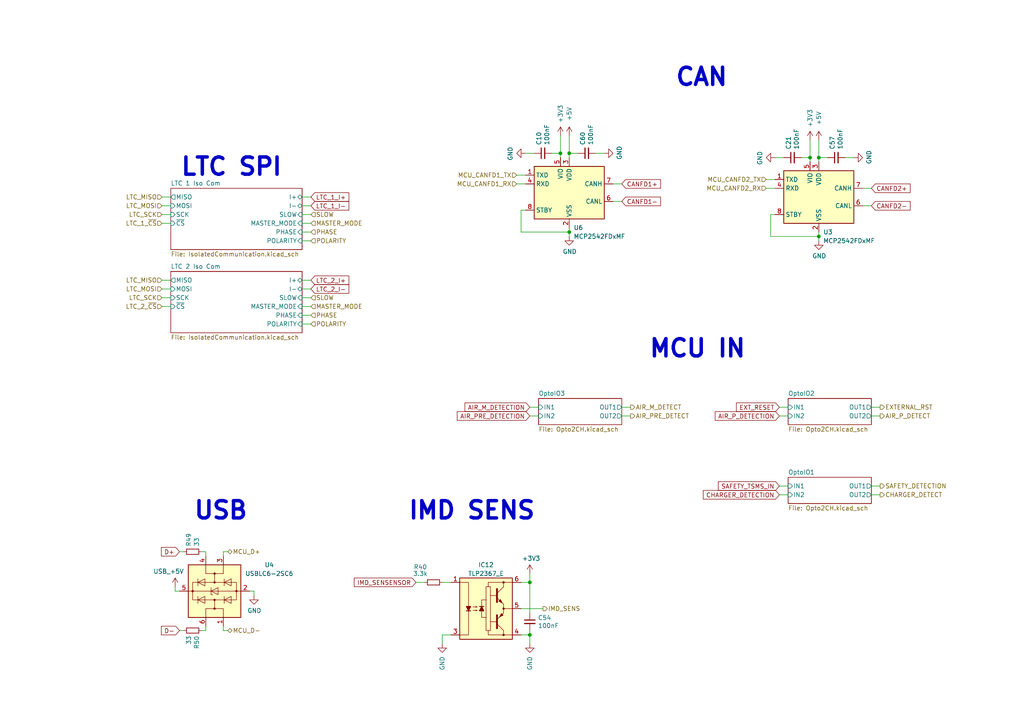
<source format=kicad_sch>
(kicad_sch (version 20230121) (generator eeschema)
  (paper "A4")
  (lib_symbols
    (symbol "Device:C_Small" (pin_numbers hide) (pin_names (offset 0.254) hide)
      (property "Reference" "C" (at 0.254 1.778 0))
      (property "Value" "C_Small" (at 0.254 -2.032 0))
      (symbol "C_Small_0_1"
        (polyline (pts (xy -1.524 -0.508) (xy 1.524 -0.508)) (stroke (width 0.3302)))
        (polyline (pts (xy -1.524 0.508) (xy 1.524 0.508)) (stroke (width 0.3048)))
      )
      (symbol "C_Small_1_1"
        (pin passive line (at 0 2.54 270) (length 2.032) (name "~") (number "1"))
        (pin passive line (at 0 -2.54 90) (length 2.032) (name "~") (number "2"))
      )
    )
    (symbol "Device:R_Small" (pin_numbers hide) (pin_names (offset 0.254) hide)
      (property "Reference" "R" (at 0.762 0.508 0))
      (property "Value" "R_Small" (at 0.762 -1.016 0))
      (symbol "R_Small_0_1"
        (rectangle (start -0.762 1.778) (end 0.762 -1.778) (stroke (width 0.2032)))
      )
      (symbol "R_Small_1_1"
        (pin passive line (at 0 2.54 270) (length 0.762) (name "~") (number "1"))
        (pin passive line (at 0 -2.54 90) (length 0.762) (name "~") (number "2"))
      )
    )
    (symbol "Interface_CAN_LIN:MCP2542FDxMF"
      (property "Reference" "U" (at -10.16 8.89 0))
      (property "Value" "MCP2542FDxMF" (at 2.54 8.89 0))
      (symbol "MCP2542FDxMF_0_1"
        (rectangle (start -10.16 7.62) (end 10.16 -7.62) (stroke (width 0.254)) (fill (type background)))
      )
      (symbol "MCP2542FDxMF_1_1"
        (pin input line (at -12.7 5.08 0) (length 2.54) (name "TXD") (number "1"))
        (pin power_in line (at 0 -10.16 90) (length 2.54) (name "VSS") (number "2"))
        (pin power_in line (at 0 10.16 270) (length 2.54) (name "VDD") (number "3"))
        (pin output line (at -12.7 2.54 0) (length 2.54) (name "RXD") (number "4"))
        (pin power_in line (at -2.54 10.16 270) (length 2.54) (name "VIO") (number "5"))
        (pin bidirectional line (at 12.7 -2.54 180) (length 2.54) (name "CANL") (number "6"))
        (pin bidirectional line (at 12.7 2.54 180) (length 2.54) (name "CANH") (number "7"))
        (pin input line (at -12.7 -5.08 0) (length 2.54) (name "STBY") (number "8"))
        (pin passive line (at 0 -10.16 90) (length 2.54) hide (name "VSS") (number "9"))
      )
    )
    (symbol "PUTM_EV_BMS_library:USB_+5V" (power) (pin_names (offset 0))
      (property "Value" "USB_+5V" (at 0 3.556 0))
      (symbol "USB_+5V_0_1"
        (polyline (pts (xy -0.762 1.27) (xy 0 2.54)))
        (polyline (pts (xy 0 0) (xy 0 2.54)))
        (polyline (pts (xy 0 2.54) (xy 0.762 1.27)))
      )
      (symbol "USB_+5V_1_1"
        (pin power_in line (at 0 0 90) (length 0) hide (name "USB_+5V") (number "1"))
      )
    )
    (symbol "Power_Protection:USBLC6-2SC6" (pin_names hide)
      (property "Reference" "U" (at 2.54 8.89 0))
      (property "Value" "USBLC6-2SC6" (at 2.54 -8.89 0))
      (symbol "USBLC6-2SC6_0_1"
        (rectangle (start -7.62 -7.62) (end 7.62 7.62) (stroke (width 0.254)) (fill (type background)))
        (circle (center -5.08 0) (radius 0.254) (fill (type outline)))
        (circle (center -2.54 0) (radius 0.254) (fill (type outline)))
        (rectangle (start -2.54 6.35) (end 2.54 -6.35))
        (circle (center 0 -6.35) (radius 0.254) (fill (type outline)))
        (polyline (pts (xy -5.08 -2.54) (xy -7.62 -2.54)))
        (polyline (pts (xy -5.08 0) (xy -5.08 -2.54)))
        (polyline (pts (xy -5.08 2.54) (xy -7.62 2.54)))
        (polyline (pts (xy -1.524 -2.794) (xy -3.556 -2.794)))
        (polyline (pts (xy -1.524 4.826) (xy -3.556 4.826)))
        (polyline (pts (xy 0 -7.62) (xy 0 -6.35)))
        (polyline (pts (xy 0 -6.35) (xy 0 1.27)))
        (polyline (pts (xy 0 1.27) (xy 0 6.35)))
        (polyline (pts (xy 0 6.35) (xy 0 7.62)))
        (polyline (pts (xy 1.524 -2.794) (xy 3.556 -2.794)))
        (polyline (pts (xy 1.524 4.826) (xy 3.556 4.826)))
        (polyline (pts (xy 5.08 -2.54) (xy 7.62 -2.54)))
        (polyline (pts (xy 5.08 0) (xy 5.08 -2.54)))
        (polyline (pts (xy 5.08 2.54) (xy 7.62 2.54)))
        (polyline (pts (xy -2.54 0) (xy -5.08 0) (xy -5.08 2.54)))
        (polyline (pts (xy 2.54 0) (xy 5.08 0) (xy 5.08 2.54)))
        (polyline (pts (xy -3.556 -4.826) (xy -1.524 -4.826) (xy -2.54 -2.794) (xy -3.556 -4.826)))
        (polyline (pts (xy -3.556 2.794) (xy -1.524 2.794) (xy -2.54 4.826) (xy -3.556 2.794)))
        (polyline (pts (xy -1.016 -1.016) (xy 1.016 -1.016) (xy 0 1.016) (xy -1.016 -1.016)))
        (polyline (pts (xy 1.016 1.016) (xy 0.762 1.016) (xy -1.016 1.016) (xy -1.016 0.508)))
        (polyline (pts (xy 3.556 -4.826) (xy 1.524 -4.826) (xy 2.54 -2.794) (xy 3.556 -4.826)))
        (polyline (pts (xy 3.556 2.794) (xy 1.524 2.794) (xy 2.54 4.826) (xy 3.556 2.794)))
        (circle (center 0 6.35) (radius 0.254) (fill (type outline)))
        (circle (center 2.54 0) (radius 0.254) (fill (type outline)))
        (circle (center 5.08 0) (radius 0.254) (fill (type outline)))
      )
      (symbol "USBLC6-2SC6_1_1"
        (pin passive line (at -10.16 -2.54 0) (length 2.54) (name "I/O1") (number "1"))
        (pin passive line (at 0 -10.16 90) (length 2.54) (name "GND") (number "2"))
        (pin passive line (at 10.16 -2.54 180) (length 2.54) (name "I/O2") (number "3"))
        (pin passive line (at 10.16 2.54 180) (length 2.54) (name "I/O2") (number "4"))
        (pin passive line (at 0 10.16 270) (length 2.54) (name "VBUS") (number "5"))
        (pin passive line (at -10.16 2.54 0) (length 2.54) (name "I/O1") (number "6"))
      )
    )
    (symbol "TLP2367_E:TLP2367_E"
      (property "Reference" "IC" (at -6.35 13.97 0))
      (property "Value" "TLP2367_E" (at -6.35 11.43 0))
      (property "Footprint" "TLP2367:SOIC127P700X220-6N" (at 36.83 -94.92 0))
      (symbol "TLP2367_E_0_1"
        (rectangle (start -8.89 8.89) (end 6.35 -8.89) (stroke (width 0.254)) (fill (type background)))
        (rectangle (start -0.635 6.35) (end -0.635 6.35))
        (rectangle (start -0.635 6.35) (end -0.635 7.62))
        (polyline (pts (xy -6.985 -0.635) (xy -5.715 -0.635)) (stroke (width 0.254)))
        (polyline (pts (xy -1.905 0.635) (xy -3.175 0.635)) (stroke (width 0.254)))
        (polyline (pts (xy 1.778 -3.81) (xy 0 -3.81)))
        (polyline (pts (xy 1.778 3.81) (xy 0 3.81)))
        (polyline (pts (xy 1.905 -4.445) (xy 3.81 -6.35)))
        (polyline (pts (xy 1.905 4.445) (xy 3.81 6.35)))
        (polyline (pts (xy 3.81 -6.35) (xy 3.81 -7.62)))
        (polyline (pts (xy 3.81 -1.27) (xy 1.905 -3.175)) (fill (type outline)))
        (polyline (pts (xy 3.81 0) (xy 6.35 0)))
        (polyline (pts (xy 3.81 1.27) (xy 1.905 3.175)) (fill (type outline)))
        (polyline (pts (xy 3.81 6.35) (xy 3.81 7.62)))
        (polyline (pts (xy 6.35 7.62) (xy -0.635 7.62)))
        (polyline (pts (xy -2.54 -0.635) (xy -2.54 -2.54) (xy -1.27 -2.54)))
        (polyline (pts (xy -2.54 0.635) (xy -2.54 2.54) (xy -1.27 2.54)))
        (polyline (pts (xy -0.635 -6.35) (xy -0.635 -7.62) (xy 6.35 -7.62)))
        (polyline (pts (xy 1.905 -5.715) (xy 1.905 -1.905) (xy 1.905 -1.905)) (stroke (width 0.508)))
        (polyline (pts (xy 1.905 5.715) (xy 1.905 1.905) (xy 1.905 1.905)) (stroke (width 0.508)))
        (polyline (pts (xy -8.89 7.62) (xy -6.35 7.62) (xy -6.35 -7.62) (xy -8.89 -7.62)))
        (polyline (pts (xy -6.35 -0.635) (xy -6.985 0.635) (xy -5.715 0.635) (xy -6.35 -0.635)) (stroke (width 0.254)) (fill (type outline)))
        (polyline (pts (xy -2.54 0.635) (xy -1.905 -0.635) (xy -3.175 -0.635) (xy -2.54 0.635)) (stroke (width 0.254)) (fill (type outline)))
        (polyline (pts (xy -5.08 -0.508) (xy -3.81 -0.508) (xy -4.191 -0.635) (xy -4.191 -0.381) (xy -3.81 -0.508)))
        (polyline (pts (xy -5.08 0.508) (xy -3.81 0.508) (xy -4.191 0.381) (xy -4.191 0.635) (xy -3.81 0.508)))
        (polyline (pts (xy 0 6.35) (xy 0 -6.35) (xy -1.27 -6.35) (xy -1.27 6.35) (xy 0 6.35)))
        (polyline (pts (xy 2.413 2.159) (xy 2.921 2.667) (xy 3.429 1.651) (xy 2.413 2.159) (xy 2.413 2.159)) (fill (type outline)))
        (polyline (pts (xy 3.683 -1.905) (xy 3.175 -1.397) (xy 2.667 -2.413) (xy 3.683 -1.905) (xy 3.683 -1.905)) (fill (type outline)))
        (circle (center 3.81 -7.62) (radius 0.254) (fill (type outline)))
        (circle (center 3.81 0) (radius 0.254) (fill (type outline)))
        (rectangle (start 3.81 1.27) (end 3.81 -1.27))
        (circle (center 3.81 7.62) (radius 0.254) (fill (type outline)))
      )
      (symbol "TLP2367_E_1_1"
        (pin passive line (at -11.43 7.62 0) (length 2.54) (name "") (number "1"))
        (pin no_connect line (at -8.89 0 0) (length 2.54) hide (name "") (number "2"))
        (pin passive line (at -11.43 -7.62 0) (length 2.54) (name "") (number "3"))
        (pin passive line (at 8.89 -7.62 180) (length 2.54) (name "") (number "4"))
        (pin passive line (at 8.89 0 180) (length 2.54) (name "") (number "5"))
        (pin passive line (at 8.89 7.62 180) (length 2.54) (name "") (number "6"))
      )
    )
    (symbol "power:+3.3V" (power) (pin_names (offset 0))
      (property "Value" "+3.3V" (at 0 3.556 0))
      (symbol "+3.3V_0_1"
        (polyline (pts (xy -0.762 1.27) (xy 0 2.54)))
        (polyline (pts (xy 0 0) (xy 0 2.54)))
        (polyline (pts (xy 0 2.54) (xy 0.762 1.27)))
      )
      (symbol "+3.3V_1_1"
        (pin power_in line (at 0 0 90) (length 0) hide (name "+3V3") (number "1"))
      )
    )
    (symbol "power:+5V" (power) (pin_names (offset 0))
      (property "Value" "+5V" (at 0 3.556 0))
      (symbol "+5V_0_1"
        (polyline (pts (xy -0.762 1.27) (xy 0 2.54)))
        (polyline (pts (xy 0 0) (xy 0 2.54)))
        (polyline (pts (xy 0 2.54) (xy 0.762 1.27)))
      )
      (symbol "+5V_1_1"
        (pin power_in line (at 0 0 90) (length 0) hide (name "+5V") (number "1"))
      )
    )
    (symbol "power:GND" (power) (pin_names (offset 0))
      (property "Value" "GND" (at 0 -3.81 0))
      (symbol "GND_0_1"
        (polyline (pts (xy 0 0) (xy 0 -1.27) (xy 1.27 -1.27) (xy 0 -2.54) (xy -1.27 -1.27) (xy 0 -1.27)))
      )
      (symbol "GND_1_1"
        (pin power_in line (at 0 0 270) (length 0) hide (name "GND") (number "1"))
      )
    )
  )
  (junction (at 234.95 45.72))
  (junction (at 165.1 44.45))
  (junction (at 162.56 44.45))
  (junction (at 237.49 68.58))
  (junction (at 153.67 184.15))
  (junction (at 153.67 168.91))
  (junction (at 237.49 45.72))
  (junction (at 165.1 67.31))
  (wire (pts (xy 153.67 182.88) (xy 153.67 184.15)))
  (wire (pts (xy 152.4 50.8) (xy 149.86 50.8)))
  (wire (pts (xy 234.95 40.64) (xy 234.95 45.72)))
  (wire (pts (xy 151.13 184.15) (xy 153.67 184.15)))
  (wire (pts (xy 87.63 69.85) (xy 90.17 69.85)))
  (wire (pts (xy 165.1 39.37) (xy 165.1 44.45)))
  (wire (pts (xy 46.99 81.28) (xy 49.53 81.28)))
  (wire (pts (xy 165.1 67.31) (xy 151.13 67.31)))
  (wire (pts (xy 237.49 67.31) (xy 237.49 68.58)))
  (wire (pts (xy 160.02 44.45) (xy 162.56 44.45)))
  (wire (pts (xy 64.77 181.61) (xy 64.77 182.88)))
  (wire (pts (xy 162.56 44.45) (xy 162.56 45.72)))
  (wire (pts (xy 223.52 68.58) (xy 223.52 62.23)))
  (wire (pts (xy 87.63 67.31) (xy 90.17 67.31)))
  (wire (pts (xy 226.06 118.11) (xy 228.6 118.11)))
  (wire (pts (xy 72.39 171.45) (xy 73.66 171.45)))
  (wire (pts (xy 87.63 81.28) (xy 90.17 81.28)))
  (wire (pts (xy 165.1 66.04) (xy 165.1 67.31)))
  (wire (pts (xy 223.52 62.23) (xy 224.79 62.23)))
  (wire (pts (xy 120.65 168.91) (xy 123.19 168.91)))
  (wire (pts (xy 232.41 45.72) (xy 234.95 45.72)))
  (wire (pts (xy 245.11 45.72) (xy 247.65 45.72)))
  (wire (pts (xy 149.86 53.34) (xy 152.4 53.34)))
  (wire (pts (xy 250.19 59.69) (xy 252.73 59.69)))
  (wire (pts (xy 153.67 120.65) (xy 156.21 120.65)))
  (wire (pts (xy 59.69 181.61) (xy 59.69 182.88)))
  (wire (pts (xy 172.72 44.45) (xy 175.26 44.45)))
  (wire (pts (xy 73.66 171.45) (xy 73.66 172.72)))
  (wire (pts (xy 151.13 60.96) (xy 152.4 60.96)))
  (wire (pts (xy 153.67 118.11) (xy 156.21 118.11)))
  (wire (pts (xy 224.79 45.72) (xy 227.33 45.72)))
  (wire (pts (xy 52.07 160.02) (xy 53.34 160.02)))
  (wire (pts (xy 128.27 168.91) (xy 130.81 168.91)))
  (wire (pts (xy 177.8 58.42) (xy 180.34 58.42)))
  (wire (pts (xy 165.1 44.45) (xy 165.1 45.72)))
  (wire (pts (xy 87.63 62.23) (xy 90.17 62.23)))
  (wire (pts (xy 180.34 120.65) (xy 182.88 120.65)))
  (wire (pts (xy 226.06 120.65) (xy 228.6 120.65)))
  (wire (pts (xy 46.99 86.36) (xy 49.53 86.36)))
  (wire (pts (xy 177.8 53.34) (xy 180.34 53.34)))
  (wire (pts (xy 180.34 118.11) (xy 182.88 118.11)))
  (wire (pts (xy 157.48 176.53) (xy 151.13 176.53)))
  (wire (pts (xy 255.27 120.65) (xy 252.73 120.65)))
  (wire (pts (xy 46.99 57.15) (xy 49.53 57.15)))
  (wire (pts (xy 58.42 160.02) (xy 59.69 160.02)))
  (wire (pts (xy 226.06 140.97) (xy 228.6 140.97)))
  (wire (pts (xy 52.07 171.45) (xy 50.8 171.45)))
  (wire (pts (xy 165.1 67.31) (xy 165.1 68.58)))
  (wire (pts (xy 240.03 45.72) (xy 237.49 45.72)))
  (wire (pts (xy 64.77 182.88) (xy 66.04 182.88)))
  (wire (pts (xy 64.77 160.02) (xy 66.04 160.02)))
  (wire (pts (xy 252.73 118.11) (xy 255.27 118.11)))
  (wire (pts (xy 130.81 184.15) (xy 128.27 184.15)))
  (wire (pts (xy 50.8 170.18) (xy 50.8 171.45)))
  (wire (pts (xy 167.64 44.45) (xy 165.1 44.45)))
  (wire (pts (xy 59.69 160.02) (xy 59.69 161.29)))
  (wire (pts (xy 46.99 64.77) (xy 49.53 64.77)))
  (wire (pts (xy 250.19 54.61) (xy 252.73 54.61)))
  (wire (pts (xy 151.13 67.31) (xy 151.13 60.96)))
  (wire (pts (xy 255.27 143.51) (xy 252.73 143.51)))
  (wire (pts (xy 152.4 44.45) (xy 154.94 44.45)))
  (wire (pts (xy 237.49 45.72) (xy 237.49 46.99)))
  (wire (pts (xy 153.67 168.91) (xy 153.67 177.8)))
  (wire (pts (xy 58.42 182.88) (xy 59.69 182.88)))
  (wire (pts (xy 234.95 45.72) (xy 234.95 46.99)))
  (wire (pts (xy 222.25 54.61) (xy 224.79 54.61)))
  (wire (pts (xy 153.67 166.37) (xy 153.67 168.91)))
  (wire (pts (xy 87.63 64.77) (xy 90.17 64.77)))
  (wire (pts (xy 87.63 83.82) (xy 90.17 83.82)))
  (wire (pts (xy 46.99 59.69) (xy 49.53 59.69)))
  (wire (pts (xy 64.77 161.29) (xy 64.77 160.02)))
  (wire (pts (xy 153.67 184.15) (xy 153.67 186.69)))
  (wire (pts (xy 46.99 62.23) (xy 49.53 62.23)))
  (wire (pts (xy 87.63 93.98) (xy 90.17 93.98)))
  (wire (pts (xy 87.63 86.36) (xy 90.17 86.36)))
  (wire (pts (xy 128.27 184.15) (xy 128.27 186.69)))
  (wire (pts (xy 52.07 182.88) (xy 53.34 182.88)))
  (wire (pts (xy 46.99 88.9) (xy 49.53 88.9)))
  (wire (pts (xy 87.63 91.44) (xy 90.17 91.44)))
  (wire (pts (xy 237.49 68.58) (xy 223.52 68.58)))
  (wire (pts (xy 162.56 39.37) (xy 162.56 44.45)))
  (wire (pts (xy 151.13 168.91) (xy 153.67 168.91)))
  (wire (pts (xy 46.99 83.82) (xy 49.53 83.82)))
  (wire (pts (xy 87.63 57.15) (xy 90.17 57.15)))
  (wire (pts (xy 226.06 143.51) (xy 228.6 143.51)))
  (wire (pts (xy 252.73 140.97) (xy 255.27 140.97)))
  (wire (pts (xy 87.63 59.69) (xy 90.17 59.69)))
  (wire (pts (xy 87.63 88.9) (xy 90.17 88.9)))
  (wire (pts (xy 237.49 40.64) (xy 237.49 45.72)))
  (wire (pts (xy 224.79 52.07) (xy 222.25 52.07)))
  (wire (pts (xy 237.49 68.58) (xy 237.49 69.85)))
  (text "LTC SPI" (at 52.07 51.435 0) (effects (font (size 5 5) (thickness 1) bold) (justify left bottom)))
  (text "MCU IN" (at 187.96 104.14 0) (effects (font (size 5 5) (thickness 1) bold) (justify left bottom)))
  (text "IMD SENS" (at 118.11 151.13 0) (effects (font (size 5 5) (thickness 1) bold) (justify left bottom)))
  (text "USB" (at 55.88 151.13 0) (effects (font (size 5 5) (thickness 1) bold) (justify left bottom)))
  (text "CAN" (at 195.58 25.4 0) (effects (font (size 5 5) (thickness 1) bold) (justify left bottom)))
  (global_label "CANFD1-" (shape input) (at 180.34 58.42 0) (property "Intersheetrefs" "${INTERSHEET_REFS}" (effects hide)))
  (global_label "EXT_RESET" (shape input) (at 226.06 118.11 180) (property "Intersheetrefs" "${INTERSHEET_REFS}" (effects hide)))
  (global_label "LTC_1_I-" (shape input) (at 90.17 59.69 0) (property "Intersheetrefs" "${INTERSHEET_REFS}" (effects hide)))
  (global_label "LTC_1_I+" (shape input) (at 90.17 57.15 0) (property "Intersheetrefs" "${INTERSHEET_REFS}" (effects hide)))
  (global_label "LTC_2_I+" (shape input) (at 90.17 81.28 0) (property "Intersheetrefs" "${INTERSHEET_REFS}" (effects hide)))
  (global_label "SAFETY_TSMS_IN" (shape input) (at 226.06 140.97 180) (property "Intersheetrefs" "${INTERSHEET_REFS}" (effects hide)))
  (global_label "D-" (shape input) (at 52.07 182.88 180) (property "Intersheetrefs" "${INTERSHEET_REFS}" (effects hide)))
  (global_label "AIR_PRE_DETECTION" (shape input) (at 153.67 120.65 180) (property "Intersheetrefs" "${INTERSHEET_REFS}" (effects hide)))
  (global_label "AIR_M_DETECTION" (shape input) (at 153.67 118.11 180) (property "Intersheetrefs" "${INTERSHEET_REFS}" (effects hide)))
  (global_label "AIR_P_DETECTION" (shape input) (at 226.06 120.65 180) (property "Intersheetrefs" "${INTERSHEET_REFS}" (effects hide)))
  (global_label "IMD_SENSENSOR" (shape input) (at 120.65 168.91 180) (property "Intersheetrefs" "${INTERSHEET_REFS}" (effects hide)))
  (global_label "CANFD2+" (shape input) (at 252.73 54.61 0) (property "Intersheetrefs" "${INTERSHEET_REFS}" (effects hide)))
  (global_label "D+" (shape input) (at 52.07 160.02 180) (property "Intersheetrefs" "${INTERSHEET_REFS}" (effects hide)))
  (global_label "CANFD1+" (shape input) (at 180.34 53.34 0) (property "Intersheetrefs" "${INTERSHEET_REFS}" (effects hide)))
  (global_label "CHARGER_DETECTION" (shape input) (at 226.06 143.51 180) (property "Intersheetrefs" "${INTERSHEET_REFS}" (effects hide)))
  (global_label "LTC_2_I-" (shape input) (at 90.17 83.82 0) (property "Intersheetrefs" "${INTERSHEET_REFS}" (effects hide)))
  (global_label "CANFD2-" (shape input) (at 252.73 59.69 0) (property "Intersheetrefs" "${INTERSHEET_REFS}" (effects hide)))
  (hierarchical_label "MCU_D+" (shape bidirectional) (at 66.04 160.02 0))
  (hierarchical_label "LTC_SCK" (shape input) (at 46.99 62.23 180))
  (hierarchical_label "AIR_P_DETECT" (shape output) (at 255.27 120.65 0))
  (hierarchical_label "POLARITY" (shape input) (at 90.17 93.98 0))
  (hierarchical_label "SLOW" (shape input) (at 90.17 62.23 0))
  (hierarchical_label "LTC_2_~{CS}" (shape input) (at 46.99 88.9 180))
  (hierarchical_label "MCU_CANFD2_RX" (shape input) (at 222.25 54.61 180))
  (hierarchical_label "LTC_MOSI" (shape input) (at 46.99 59.69 180))
  (hierarchical_label "CHARGER_DETECT" (shape output) (at 255.27 143.51 0))
  (hierarchical_label "LTC_1_~{CS}" (shape input) (at 46.99 64.77 180))
  (hierarchical_label "MASTER_MODE" (shape input) (at 90.17 64.77 0))
  (hierarchical_label "LTC_SCK" (shape input) (at 46.99 86.36 180))
  (hierarchical_label "MCU_D-" (shape bidirectional) (at 66.04 182.88 0))
  (hierarchical_label "PHASE" (shape input) (at 90.17 67.31 0))
  (hierarchical_label "LTC_MISO" (shape input) (at 46.99 57.15 180))
  (hierarchical_label "AIR_M_DETECT" (shape output) (at 182.88 118.11 0))
  (hierarchical_label "MCU_CANFD1_TX" (shape input) (at 149.86 50.8 180))
  (hierarchical_label "SLOW" (shape input) (at 90.17 86.36 0))
  (hierarchical_label "MCU_CANFD1_RX" (shape input) (at 149.86 53.34 180))
  (hierarchical_label "MCU_CANFD2_TX" (shape input) (at 222.25 52.07 180))
  (hierarchical_label "IMD_SENS" (shape output) (at 157.48 176.53 0))
  (hierarchical_label "PHASE" (shape input) (at 90.17 91.44 0))
  (hierarchical_label "AIR_PRE_DETECT" (shape output) (at 182.88 120.65 0))
  (hierarchical_label "SAFETY_DETECTION" (shape output) (at 255.27 140.97 0))
  (hierarchical_label "LTC_MISO" (shape input) (at 46.99 81.28 180))
  (hierarchical_label "LTC_MOSI" (shape input) (at 46.99 83.82 180))
  (hierarchical_label "POLARITY" (shape input) (at 90.17 69.85 0))
  (hierarchical_label "MASTER_MODE" (shape input) (at 90.17 88.9 0))
  (hierarchical_label "EXTERNAL_RST" (shape output) (at 255.27 118.11 0))
  (symbol (lib_id "power:GND") (at 247.65 45.72 90) (unit 1)
    (property "Reference" "#PWR0155" (effects hide))
    (property "Value" "GND" (at 252.0442 45.593 0))
  )
  (symbol (lib_id "Device:C_Small") (at 153.67 180.34 0) (unit 1)
    (property "Reference" "C54" (at 156.0068 179.1716 0) (effects (justify left)))
    (property "Value" "100nF" (at 156.0068 181.483 0) (effects (justify left)))
    (property "Footprint" "Capacitor_SMD:C_0603_1608Metric" (effects hide))
    (instances (project "PUTM_EV_BMS_HV_Master_2021" (path "" (reference "C54") (unit 1)) (path "" (reference "C45") (unit 1))))
  )
  (symbol (lib_id "power:GND") (at 165.1 68.58 0) (unit 1)
    (property "Reference" "#PWR024" (effects hide))
    (property "Value" "GND" (at 165.227 72.9742 0))
  )
  (symbol (lib_id "power:GND") (at 224.79 45.72 270) (unit 1)
    (property "Reference" "#PWR0176" (effects hide))
    (property "Value" "GND" (at 220.3958 45.847 0))
  )
  (symbol (lib_id "power:+5V") (at 237.49 40.64 0) (unit 1)
    (property "Reference" "#PWR0117" (effects hide))
    (property "Value" "+5V" (at 237.49 34.29 90))
  )
  (symbol (lib_id "Interface_CAN_LIN:MCP2542FDxMF") (at 237.49 57.15 0) (unit 1)
    (property "Reference" "U3" (at 238.76 67.31 0) (effects (justify left)))
    (property "Value" "MCP2542FDxMF" (at 238.76 69.85 0) (effects (justify left)))
    (property "Footprint" "Package_DFN_QFN:DFN-8-1EP_3x3mm_P0.65mm_EP1.55x2.4mm" (effects hide))
    (property "Datasheet" "http://ww1.microchip.com/downloads/en/DeviceDoc/MCP2542FD-4FD-MCP2542WFD-4WFD-Data-Sheet20005514B.pdf" (effects hide))
  )
  (symbol (lib_id "power:GND") (at 152.4 44.45 270) (unit 1)
    (property "Reference" "#PWR021" (effects hide))
    (property "Value" "GND" (at 148.0058 44.577 0))
  )
  (symbol (lib_id "Interface_CAN_LIN:MCP2542FDxMF") (at 165.1 55.88 0) (unit 1)
    (property "Reference" "U6" (at 166.37 66.04 0) (effects (justify left)))
    (property "Value" "MCP2542FDxMF" (at 166.37 68.58 0) (effects (justify left)))
    (property "Footprint" "Package_DFN_QFN:DFN-8-1EP_3x3mm_P0.65mm_EP1.55x2.4mm" (effects hide))
    (property "Datasheet" "http://ww1.microchip.com/downloads/en/DeviceDoc/MCP2542FD-4FD-MCP2542WFD-4WFD-Data-Sheet20005514B.pdf" (effects hide))
  )
  (symbol (lib_id "Device:R_Small") (at 55.88 182.88 90) (unit 1)
    (property "Reference" "R50" (at 57.0484 184.3786 0) (effects (justify right)))
    (property "Value" "33" (at 54.737 184.3786 0) (effects (justify right)))
    (property "Footprint" "Resistor_SMD:R_0603_1608Metric" (effects hide))
  )
  (symbol (lib_id "power:GND") (at 237.49 69.85 0) (unit 1)
    (property "Reference" "#PWR0154" (effects hide))
    (property "Value" "GND" (at 237.617 74.2442 0))
  )
  (symbol (lib_id "power:+3.3V") (at 153.67 166.37 0) (unit 1)
    (property "Reference" "#PWR063" (effects hide))
    (property "Value" "+3.3V" (at 154.051 161.9758 0))
    (instances (project "PUTM_EV_BMS_HV_Master_2021" (path "" (reference "#PWR063") (unit 1)) (path "" (reference "#PWR056") (unit 1))))
  )
  (symbol (lib_id "power:+5V") (at 165.1 39.37 0) (unit 1)
    (property "Reference" "#PWR023" (effects hide))
    (property "Value" "+5V" (at 165.1 33.02 90))
  )
  (symbol (lib_id "Device:R_Small") (at 125.73 168.91 270) (unit 1)
    (property "Reference" "R40" (at 121.92 164.465 90))
    (property "Value" "3.3k" (at 121.92 166.37 90))
    (property "Footprint" "Resistor_SMD:R_0603_1608Metric" (effects hide))
    (instances (project "PUTM_EV_BMS_HV_Master_2021" (path "" (reference "R40") (unit 1)) (path "" (reference "R14") (unit 1)) (path "" (reference "R23") (unit 1)) (path "" (reference "R23") (unit 1))))
  )
  (symbol (lib_id "power:GND") (at 175.26 44.45 90) (unit 1)
    (property "Reference" "#PWR026" (effects hide))
    (property "Value" "GND" (at 179.6542 44.323 0))
  )
  (symbol (lib_id "PUTM_EV_BMS_library:USB_+5V") (at 50.8 170.18 0) (unit 1)
    (property "Reference" "#PWR0135" (effects hide))
    (property "Value" "USB_+5V" (at 48.895 165.735 0))
  )
  (symbol (lib_id "TLP2367_E:TLP2367_E") (at 142.24 176.53 0) (unit 1)
    (property "Reference" "IC12" (at 140.97 163.83 0))
    (property "Value" "TLP2367_E" (at 140.97 166.37 0))
    (property "Footprint" "TLP2367:SOIC127P700X220-6N" (effects hide))
    (property "Datasheet" "http://toshiba.semicon-storage.com/info/docget.jsp?did=36692&prodName=TLP2367" (effects hide))
    (property "Height" "2.2" (effects hide))
    (property "Mouser Part Number" "757-TLP2367E" (effects hide))
    (property "Mouser Price/Stock" "https://www.mouser.co.uk/ProductDetail/Toshiba/TLP2367E?qs=bUPhaerQQeGh9BmrZerjaA%3D%3D" (effects hide))
    (property "Manufacturer_Name" "Toshiba" (effects hide))
    (property "Manufacturer_Part_Number" "TLP2367(E" (effects hide))
  )
  (symbol (lib_id "power:GND") (at 73.66 172.72 0) (unit 1)
    (property "Reference" "#PWR048" (effects hide))
    (property "Value" "GND" (at 73.787 177.1142 0))
  )
  (symbol (lib_id "Device:C_Small") (at 229.87 45.72 90) (unit 1)
    (property "Reference" "C21" (at 228.7016 43.3832 0) (effects (justify left)))
    (property "Value" "100nF" (at 231.013 43.3832 0) (effects (justify left)))
    (property "Footprint" "Capacitor_SMD:C_0805_2012Metric" (effects hide))
  )
  (symbol (lib_id "Device:R_Small") (at 55.88 160.02 270) (unit 1)
    (property "Reference" "R49" (at 54.7116 158.5214 0) (effects (justify right)))
    (property "Value" "33" (at 57.023 158.5214 0) (effects (justify right)))
    (property "Footprint" "Resistor_SMD:R_0603_1608Metric" (effects hide))
  )
  (symbol (lib_id "Device:C_Small") (at 170.18 44.45 90) (unit 1)
    (property "Reference" "C60" (at 169.0116 42.1132 0) (effects (justify left)))
    (property "Value" "100nF" (at 171.323 42.1132 0) (effects (justify left)))
    (property "Footprint" "Capacitor_SMD:C_0603_1608Metric" (effects hide))
  )
  (symbol (lib_id "Power_Protection:USBLC6-2SC6") (at 62.23 171.45 90) (unit 1)
    (property "Reference" "U4" (at 78.105 163.83 90))
    (property "Value" "USBLC6-2SC6" (at 78.105 166.37 90))
    (property "Footprint" "Package_TO_SOT_SMD:SOT-23-6" (effects hide))
    (property "Datasheet" "https://www.st.com/resource/en/datasheet/usblc6-2.pdf" (effects hide))
  )
  (symbol (lib_id "Device:C_Small") (at 242.57 45.72 90) (unit 1)
    (property "Reference" "C57" (at 241.4016 43.3832 0) (effects (justify left)))
    (property "Value" "100nF" (at 243.713 43.3832 0) (effects (justify left)))
    (property "Footprint" "Capacitor_SMD:C_0603_1608Metric" (effects hide))
  )
  (symbol (lib_id "power:+3.3V") (at 162.56 39.37 0) (unit 1)
    (property "Reference" "#PWR022" (effects hide))
    (property "Value" "+3.3V" (at 162.56 33.02 90))
  )
  (symbol (lib_id "power:+3.3V") (at 234.95 40.64 0) (unit 1)
    (property "Reference" "#PWR0114" (effects hide))
    (property "Value" "+3.3V" (at 234.95 34.29 90))
  )
  (symbol (lib_id "power:GND") (at 128.27 186.69 0) (unit 1)
    (property "Reference" "#PWR060" (effects hide))
    (property "Value" "GND" (at 128.27 192.405 90))
    (instances (project "PUTM_EV_BMS_HV_Master_2021" (path "" (reference "#PWR060") (unit 1)) (path "" (reference "#PWR052") (unit 1))))
  )
  (symbol (lib_id "Device:C_Small") (at 157.48 44.45 90) (unit 1)
    (property "Reference" "C10" (at 156.3116 42.1132 0) (effects (justify left)))
    (property "Value" "100nF" (at 158.623 42.1132 0) (effects (justify left)))
    (property "Footprint" "Capacitor_SMD:C_0805_2012Metric" (effects hide))
  )
  (symbol (lib_id "power:GND") (at 153.67 186.69 0) (unit 1)
    (property "Reference" "#PWR062" (effects hide))
    (property "Value" "GND" (at 153.67 192.405 90))
    (instances (project "PUTM_EV_BMS_HV_Master_2021" (path "" (reference "#PWR062") (unit 1)) (path "" (reference "#PWR060") (unit 1))))
  )
  (sheet (at 228.6 138.43) (size 24.13 7.62) (stroke (width 0.1524))
    (property "Sheetname" "OptoIO1" (at 228.6 137.7184 0) (effects (justify left bottom)))
    (property "Sheetfile" "Opto2CH.kicad_sch" (at 228.6 146.6346 0) (effects (justify left top)))
    (pin "OUT1" output (at 252.73 140.97 0))
    (pin "OUT2" output (at 252.73 143.51 0))
    (pin "IN1" input (at 228.6 140.97 180))
    (pin "IN2" input (at 228.6 143.51 180))
  )
  (sheet (at 156.21 115.57) (size 24.13 7.62) (stroke (width 0.1524))
    (property "Sheetname" "OptoIO3" (at 156.21 114.8584 0) (effects (justify left bottom)))
    (property "Sheetfile" "Opto2CH.kicad_sch" (at 156.21 123.7746 0) (effects (justify left top)))
    (pin "OUT1" output (at 180.34 118.11 0))
    (pin "OUT2" output (at 180.34 120.65 0))
    (pin "IN1" input (at 156.21 118.11 180))
    (pin "IN2" input (at 156.21 120.65 180))
  )
  (sheet (at 228.6 115.57) (size 24.13 7.62) (stroke (width 0.1524))
    (property "Sheetname" "OptoIO2" (at 228.6 114.8584 0) (effects (justify left bottom)))
    (property "Sheetfile" "Opto2CH.kicad_sch" (at 228.6 123.7746 0) (effects (justify left top)))
    (pin "OUT1" output (at 252.73 118.11 0))
    (pin "OUT2" output (at 252.73 120.65 0))
    (pin "IN1" input (at 228.6 118.11 180))
    (pin "IN2" input (at 228.6 120.65 180))
  )
  (sheet (at 49.53 54.61) (size 38.1 17.78) (stroke (width 0.1524))
    (property "Sheetname" "LTC 1 Iso Com" (at 49.53 53.8984 0) (effects (justify left bottom)))
    (property "Sheetfile" "IsolatedCommunication.kicad_sch" (at 49.53 72.9746 0) (effects (justify left top)))
    (pin "MISO" output (at 49.53 57.15 180))
    (pin "MOSI" input (at 49.53 59.69 180))
    (pin "SCK" input (at 49.53 62.23 180))
    (pin "~{CS}" input (at 49.53 64.77 180))
    (pin "I-" bidirectional (at 87.63 59.69 0))
    (pin "I+" bidirectional (at 87.63 57.15 0))
    (pin "SLOW" input (at 87.63 62.23 0))
    (pin "MASTER_MODE" input (at 87.63 64.77 0))
    (pin "PHASE" input (at 87.63 67.31 0))
    (pin "POLARITY" input (at 87.63 69.85 0))
  )
  (sheet (at 49.53 78.74) (size 38.1 17.78) (stroke (width 0.1524))
    (property "Sheetname" "LTC 2 Iso Com" (at 49.53 78.0284 0) (effects (justify left bottom)))
    (property "Sheetfile" "IsolatedCommunication.kicad_sch" (at 49.53 97.1046 0) (effects (justify left top)))
    (pin "MISO" output (at 49.53 81.28 180))
    (pin "MOSI" input (at 49.53 83.82 180))
    (pin "SCK" input (at 49.53 86.36 180))
    (pin "~{CS}" input (at 49.53 88.9 180))
    (pin "I-" bidirectional (at 87.63 83.82 0))
    (pin "I+" bidirectional (at 87.63 81.28 0))
    (pin "SLOW" input (at 87.63 86.36 0))
    (pin "MASTER_MODE" input (at 87.63 88.9 0))
    (pin "PHASE" input (at 87.63 91.44 0))
    (pin "POLARITY" input (at 87.63 93.98 0))
  )
)
</source>
